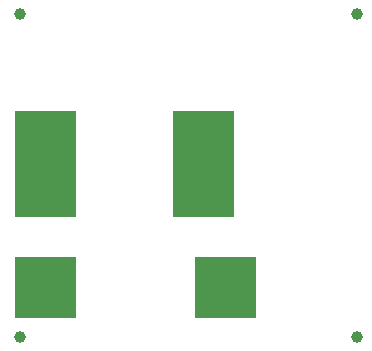
<source format=gbr>
G04 DipTrace 3.0.0.2*
G04 BottomMask.gbr*
%MOIN*%
G04 #@! TF.FileFunction,Soldermask,Bot*
G04 #@! TF.Part,Single*
%ADD35C,0.03937*%
%ADD44R,0.052X0.052*%
%FSLAX26Y26*%
G04*
G70*
G90*
G75*
G01*
G04 BotMask*
%LPD*%
D35*
X481500Y1594000D3*
X1606500D3*
X481500Y519000D3*
X1606500D3*
D44*
X594000Y1044000D3*
Y994000D3*
Y944000D3*
Y1094000D3*
Y1144000D3*
Y1194000D3*
Y1244000D3*
X644000D3*
Y1194000D3*
Y1144000D3*
Y1094000D3*
Y1044000D3*
Y994000D3*
Y944000D3*
X544000Y1244000D3*
Y1194000D3*
Y1144000D3*
Y1094000D3*
Y1044000D3*
Y994000D3*
Y944000D3*
X494000D3*
Y994000D3*
Y1044000D3*
Y1094000D3*
Y1144000D3*
Y1194000D3*
Y1244000D3*
X1019000Y944000D3*
Y994000D3*
Y1044000D3*
Y1094000D3*
Y1144000D3*
Y1194000D3*
Y1244000D3*
X1069000D3*
Y1194000D3*
Y1144000D3*
Y1094000D3*
Y1044000D3*
Y994000D3*
Y944000D3*
X1119000D3*
Y994000D3*
Y1044000D3*
Y1094000D3*
Y1144000D3*
Y1194000D3*
Y1244000D3*
X1169000D3*
Y1194000D3*
Y1144000D3*
Y1094000D3*
Y1044000D3*
Y994000D3*
Y944000D3*
X644000Y756500D3*
X594000D3*
X544000D3*
X494000D3*
X644000Y706500D3*
X594000D3*
X544000D3*
X494000D3*
Y656500D3*
X544000D3*
X594000D3*
X644000D3*
Y606500D3*
X594000D3*
X544000D3*
X494000D3*
X1094000Y756500D3*
X1144000D3*
X1194000D3*
Y706500D3*
X1144000D3*
X1094000D3*
Y656500D3*
X1144000D3*
X1194000D3*
Y606500D3*
X1144000D3*
X1094000D3*
X1244000Y756500D3*
Y706500D3*
Y656500D3*
Y606500D3*
G36*
X994000Y1265000D2*
X1187751D1*
Y1223000D1*
X994000D1*
Y1265000D1*
G37*
G36*
Y1215500D2*
X1187751D1*
Y1173500D1*
X994000D1*
Y1215500D1*
G37*
G36*
Y1164500D2*
X1187751D1*
Y1122500D1*
X994000D1*
Y1164500D1*
G37*
G36*
Y1115000D2*
X1187751D1*
Y1073000D1*
X994000D1*
Y1115000D1*
G37*
G36*
Y1064000D2*
X1187751D1*
Y1022000D1*
X994000D1*
Y1064000D1*
G37*
G36*
Y1014500D2*
X1187751D1*
Y972500D1*
X994000D1*
Y1014500D1*
G37*
G36*
Y965000D2*
X1187751D1*
Y923000D1*
X994000D1*
Y965000D1*
G37*
G36*
X473500Y1265000D2*
X667251D1*
Y1223000D1*
X473500D1*
Y1265000D1*
G37*
G36*
Y1215500D2*
X667251D1*
Y1173500D1*
X473500D1*
Y1215500D1*
G37*
G36*
Y1164500D2*
X667251D1*
Y1122500D1*
X473500D1*
Y1164500D1*
G37*
G36*
Y1115000D2*
X667251D1*
Y1073000D1*
X473500D1*
Y1115000D1*
G37*
G36*
Y1064000D2*
X667251D1*
Y1022000D1*
X473500D1*
Y1064000D1*
G37*
G36*
Y1014500D2*
X667251D1*
Y972500D1*
X473500D1*
Y1014500D1*
G37*
G36*
Y965000D2*
X667251D1*
Y923000D1*
X473500D1*
Y965000D1*
G37*
G36*
X472000Y777500D2*
X665751D1*
Y735500D1*
X472000D1*
Y777500D1*
G37*
G36*
Y726500D2*
X665751D1*
Y684500D1*
X472000D1*
Y726500D1*
G37*
G36*
Y677000D2*
X665751D1*
Y635000D1*
X472000D1*
Y677000D1*
G37*
G36*
X1069000Y777500D2*
X1262751D1*
Y735500D1*
X1069000D1*
Y777500D1*
G37*
G36*
Y726500D2*
X1262751D1*
Y684500D1*
X1069000D1*
Y726500D1*
G37*
G36*
Y677000D2*
X1262751D1*
Y635000D1*
X1069000D1*
Y677000D1*
G37*
G36*
Y627500D2*
X1262751D1*
Y585500D1*
X1069000D1*
Y627500D1*
G37*
G36*
X472000D2*
X665751D1*
Y585500D1*
X472000D1*
Y627500D1*
G37*
M02*

</source>
